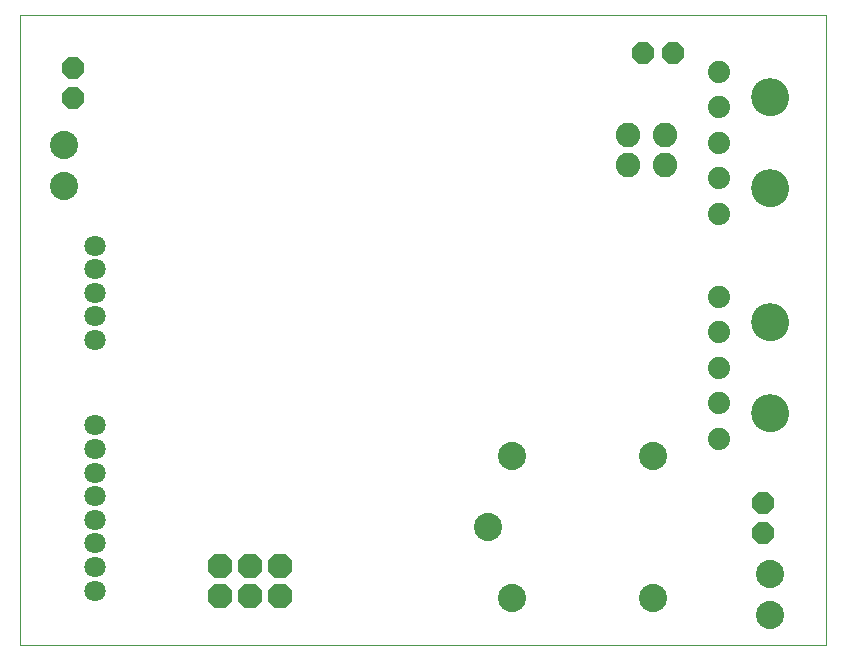
<source format=gbs>
G75*
%MOIN*%
%OFA0B0*%
%FSLAX25Y25*%
%IPPOS*%
%LPD*%
%AMOC8*
5,1,8,0,0,1.08239X$1,22.5*
%
%ADD10C,0.00000*%
%ADD11C,0.07400*%
%ADD12C,0.12611*%
%ADD13C,0.07099*%
%ADD14C,0.08200*%
%ADD15OC8,0.08200*%
%ADD16C,0.09400*%
%ADD17OC8,0.07400*%
D10*
X0001600Y0001600D02*
X0001600Y0211561D01*
X0270301Y0211561D01*
X0270301Y0001600D01*
X0001600Y0001600D01*
X0245694Y0078943D02*
X0245696Y0079096D01*
X0245702Y0079250D01*
X0245712Y0079403D01*
X0245726Y0079555D01*
X0245744Y0079708D01*
X0245766Y0079859D01*
X0245791Y0080010D01*
X0245821Y0080161D01*
X0245855Y0080311D01*
X0245892Y0080459D01*
X0245933Y0080607D01*
X0245978Y0080753D01*
X0246027Y0080899D01*
X0246080Y0081043D01*
X0246136Y0081185D01*
X0246196Y0081326D01*
X0246260Y0081466D01*
X0246327Y0081604D01*
X0246398Y0081740D01*
X0246473Y0081874D01*
X0246550Y0082006D01*
X0246632Y0082136D01*
X0246716Y0082264D01*
X0246804Y0082390D01*
X0246895Y0082513D01*
X0246989Y0082634D01*
X0247087Y0082752D01*
X0247187Y0082868D01*
X0247291Y0082981D01*
X0247397Y0083092D01*
X0247506Y0083200D01*
X0247618Y0083305D01*
X0247732Y0083406D01*
X0247850Y0083505D01*
X0247969Y0083601D01*
X0248091Y0083694D01*
X0248216Y0083783D01*
X0248343Y0083870D01*
X0248472Y0083952D01*
X0248603Y0084032D01*
X0248736Y0084108D01*
X0248871Y0084181D01*
X0249008Y0084250D01*
X0249147Y0084315D01*
X0249287Y0084377D01*
X0249429Y0084435D01*
X0249572Y0084490D01*
X0249717Y0084541D01*
X0249863Y0084588D01*
X0250010Y0084631D01*
X0250158Y0084670D01*
X0250307Y0084706D01*
X0250457Y0084737D01*
X0250608Y0084765D01*
X0250759Y0084789D01*
X0250912Y0084809D01*
X0251064Y0084825D01*
X0251217Y0084837D01*
X0251370Y0084845D01*
X0251523Y0084849D01*
X0251677Y0084849D01*
X0251830Y0084845D01*
X0251983Y0084837D01*
X0252136Y0084825D01*
X0252288Y0084809D01*
X0252441Y0084789D01*
X0252592Y0084765D01*
X0252743Y0084737D01*
X0252893Y0084706D01*
X0253042Y0084670D01*
X0253190Y0084631D01*
X0253337Y0084588D01*
X0253483Y0084541D01*
X0253628Y0084490D01*
X0253771Y0084435D01*
X0253913Y0084377D01*
X0254053Y0084315D01*
X0254192Y0084250D01*
X0254329Y0084181D01*
X0254464Y0084108D01*
X0254597Y0084032D01*
X0254728Y0083952D01*
X0254857Y0083870D01*
X0254984Y0083783D01*
X0255109Y0083694D01*
X0255231Y0083601D01*
X0255350Y0083505D01*
X0255468Y0083406D01*
X0255582Y0083305D01*
X0255694Y0083200D01*
X0255803Y0083092D01*
X0255909Y0082981D01*
X0256013Y0082868D01*
X0256113Y0082752D01*
X0256211Y0082634D01*
X0256305Y0082513D01*
X0256396Y0082390D01*
X0256484Y0082264D01*
X0256568Y0082136D01*
X0256650Y0082006D01*
X0256727Y0081874D01*
X0256802Y0081740D01*
X0256873Y0081604D01*
X0256940Y0081466D01*
X0257004Y0081326D01*
X0257064Y0081185D01*
X0257120Y0081043D01*
X0257173Y0080899D01*
X0257222Y0080753D01*
X0257267Y0080607D01*
X0257308Y0080459D01*
X0257345Y0080311D01*
X0257379Y0080161D01*
X0257409Y0080010D01*
X0257434Y0079859D01*
X0257456Y0079708D01*
X0257474Y0079555D01*
X0257488Y0079403D01*
X0257498Y0079250D01*
X0257504Y0079096D01*
X0257506Y0078943D01*
X0257504Y0078790D01*
X0257498Y0078636D01*
X0257488Y0078483D01*
X0257474Y0078331D01*
X0257456Y0078178D01*
X0257434Y0078027D01*
X0257409Y0077876D01*
X0257379Y0077725D01*
X0257345Y0077575D01*
X0257308Y0077427D01*
X0257267Y0077279D01*
X0257222Y0077133D01*
X0257173Y0076987D01*
X0257120Y0076843D01*
X0257064Y0076701D01*
X0257004Y0076560D01*
X0256940Y0076420D01*
X0256873Y0076282D01*
X0256802Y0076146D01*
X0256727Y0076012D01*
X0256650Y0075880D01*
X0256568Y0075750D01*
X0256484Y0075622D01*
X0256396Y0075496D01*
X0256305Y0075373D01*
X0256211Y0075252D01*
X0256113Y0075134D01*
X0256013Y0075018D01*
X0255909Y0074905D01*
X0255803Y0074794D01*
X0255694Y0074686D01*
X0255582Y0074581D01*
X0255468Y0074480D01*
X0255350Y0074381D01*
X0255231Y0074285D01*
X0255109Y0074192D01*
X0254984Y0074103D01*
X0254857Y0074016D01*
X0254728Y0073934D01*
X0254597Y0073854D01*
X0254464Y0073778D01*
X0254329Y0073705D01*
X0254192Y0073636D01*
X0254053Y0073571D01*
X0253913Y0073509D01*
X0253771Y0073451D01*
X0253628Y0073396D01*
X0253483Y0073345D01*
X0253337Y0073298D01*
X0253190Y0073255D01*
X0253042Y0073216D01*
X0252893Y0073180D01*
X0252743Y0073149D01*
X0252592Y0073121D01*
X0252441Y0073097D01*
X0252288Y0073077D01*
X0252136Y0073061D01*
X0251983Y0073049D01*
X0251830Y0073041D01*
X0251677Y0073037D01*
X0251523Y0073037D01*
X0251370Y0073041D01*
X0251217Y0073049D01*
X0251064Y0073061D01*
X0250912Y0073077D01*
X0250759Y0073097D01*
X0250608Y0073121D01*
X0250457Y0073149D01*
X0250307Y0073180D01*
X0250158Y0073216D01*
X0250010Y0073255D01*
X0249863Y0073298D01*
X0249717Y0073345D01*
X0249572Y0073396D01*
X0249429Y0073451D01*
X0249287Y0073509D01*
X0249147Y0073571D01*
X0249008Y0073636D01*
X0248871Y0073705D01*
X0248736Y0073778D01*
X0248603Y0073854D01*
X0248472Y0073934D01*
X0248343Y0074016D01*
X0248216Y0074103D01*
X0248091Y0074192D01*
X0247969Y0074285D01*
X0247850Y0074381D01*
X0247732Y0074480D01*
X0247618Y0074581D01*
X0247506Y0074686D01*
X0247397Y0074794D01*
X0247291Y0074905D01*
X0247187Y0075018D01*
X0247087Y0075134D01*
X0246989Y0075252D01*
X0246895Y0075373D01*
X0246804Y0075496D01*
X0246716Y0075622D01*
X0246632Y0075750D01*
X0246550Y0075880D01*
X0246473Y0076012D01*
X0246398Y0076146D01*
X0246327Y0076282D01*
X0246260Y0076420D01*
X0246196Y0076560D01*
X0246136Y0076701D01*
X0246080Y0076843D01*
X0246027Y0076987D01*
X0245978Y0077133D01*
X0245933Y0077279D01*
X0245892Y0077427D01*
X0245855Y0077575D01*
X0245821Y0077725D01*
X0245791Y0077876D01*
X0245766Y0078027D01*
X0245744Y0078178D01*
X0245726Y0078331D01*
X0245712Y0078483D01*
X0245702Y0078636D01*
X0245696Y0078790D01*
X0245694Y0078943D01*
X0245694Y0109257D02*
X0245696Y0109410D01*
X0245702Y0109564D01*
X0245712Y0109717D01*
X0245726Y0109869D01*
X0245744Y0110022D01*
X0245766Y0110173D01*
X0245791Y0110324D01*
X0245821Y0110475D01*
X0245855Y0110625D01*
X0245892Y0110773D01*
X0245933Y0110921D01*
X0245978Y0111067D01*
X0246027Y0111213D01*
X0246080Y0111357D01*
X0246136Y0111499D01*
X0246196Y0111640D01*
X0246260Y0111780D01*
X0246327Y0111918D01*
X0246398Y0112054D01*
X0246473Y0112188D01*
X0246550Y0112320D01*
X0246632Y0112450D01*
X0246716Y0112578D01*
X0246804Y0112704D01*
X0246895Y0112827D01*
X0246989Y0112948D01*
X0247087Y0113066D01*
X0247187Y0113182D01*
X0247291Y0113295D01*
X0247397Y0113406D01*
X0247506Y0113514D01*
X0247618Y0113619D01*
X0247732Y0113720D01*
X0247850Y0113819D01*
X0247969Y0113915D01*
X0248091Y0114008D01*
X0248216Y0114097D01*
X0248343Y0114184D01*
X0248472Y0114266D01*
X0248603Y0114346D01*
X0248736Y0114422D01*
X0248871Y0114495D01*
X0249008Y0114564D01*
X0249147Y0114629D01*
X0249287Y0114691D01*
X0249429Y0114749D01*
X0249572Y0114804D01*
X0249717Y0114855D01*
X0249863Y0114902D01*
X0250010Y0114945D01*
X0250158Y0114984D01*
X0250307Y0115020D01*
X0250457Y0115051D01*
X0250608Y0115079D01*
X0250759Y0115103D01*
X0250912Y0115123D01*
X0251064Y0115139D01*
X0251217Y0115151D01*
X0251370Y0115159D01*
X0251523Y0115163D01*
X0251677Y0115163D01*
X0251830Y0115159D01*
X0251983Y0115151D01*
X0252136Y0115139D01*
X0252288Y0115123D01*
X0252441Y0115103D01*
X0252592Y0115079D01*
X0252743Y0115051D01*
X0252893Y0115020D01*
X0253042Y0114984D01*
X0253190Y0114945D01*
X0253337Y0114902D01*
X0253483Y0114855D01*
X0253628Y0114804D01*
X0253771Y0114749D01*
X0253913Y0114691D01*
X0254053Y0114629D01*
X0254192Y0114564D01*
X0254329Y0114495D01*
X0254464Y0114422D01*
X0254597Y0114346D01*
X0254728Y0114266D01*
X0254857Y0114184D01*
X0254984Y0114097D01*
X0255109Y0114008D01*
X0255231Y0113915D01*
X0255350Y0113819D01*
X0255468Y0113720D01*
X0255582Y0113619D01*
X0255694Y0113514D01*
X0255803Y0113406D01*
X0255909Y0113295D01*
X0256013Y0113182D01*
X0256113Y0113066D01*
X0256211Y0112948D01*
X0256305Y0112827D01*
X0256396Y0112704D01*
X0256484Y0112578D01*
X0256568Y0112450D01*
X0256650Y0112320D01*
X0256727Y0112188D01*
X0256802Y0112054D01*
X0256873Y0111918D01*
X0256940Y0111780D01*
X0257004Y0111640D01*
X0257064Y0111499D01*
X0257120Y0111357D01*
X0257173Y0111213D01*
X0257222Y0111067D01*
X0257267Y0110921D01*
X0257308Y0110773D01*
X0257345Y0110625D01*
X0257379Y0110475D01*
X0257409Y0110324D01*
X0257434Y0110173D01*
X0257456Y0110022D01*
X0257474Y0109869D01*
X0257488Y0109717D01*
X0257498Y0109564D01*
X0257504Y0109410D01*
X0257506Y0109257D01*
X0257504Y0109104D01*
X0257498Y0108950D01*
X0257488Y0108797D01*
X0257474Y0108645D01*
X0257456Y0108492D01*
X0257434Y0108341D01*
X0257409Y0108190D01*
X0257379Y0108039D01*
X0257345Y0107889D01*
X0257308Y0107741D01*
X0257267Y0107593D01*
X0257222Y0107447D01*
X0257173Y0107301D01*
X0257120Y0107157D01*
X0257064Y0107015D01*
X0257004Y0106874D01*
X0256940Y0106734D01*
X0256873Y0106596D01*
X0256802Y0106460D01*
X0256727Y0106326D01*
X0256650Y0106194D01*
X0256568Y0106064D01*
X0256484Y0105936D01*
X0256396Y0105810D01*
X0256305Y0105687D01*
X0256211Y0105566D01*
X0256113Y0105448D01*
X0256013Y0105332D01*
X0255909Y0105219D01*
X0255803Y0105108D01*
X0255694Y0105000D01*
X0255582Y0104895D01*
X0255468Y0104794D01*
X0255350Y0104695D01*
X0255231Y0104599D01*
X0255109Y0104506D01*
X0254984Y0104417D01*
X0254857Y0104330D01*
X0254728Y0104248D01*
X0254597Y0104168D01*
X0254464Y0104092D01*
X0254329Y0104019D01*
X0254192Y0103950D01*
X0254053Y0103885D01*
X0253913Y0103823D01*
X0253771Y0103765D01*
X0253628Y0103710D01*
X0253483Y0103659D01*
X0253337Y0103612D01*
X0253190Y0103569D01*
X0253042Y0103530D01*
X0252893Y0103494D01*
X0252743Y0103463D01*
X0252592Y0103435D01*
X0252441Y0103411D01*
X0252288Y0103391D01*
X0252136Y0103375D01*
X0251983Y0103363D01*
X0251830Y0103355D01*
X0251677Y0103351D01*
X0251523Y0103351D01*
X0251370Y0103355D01*
X0251217Y0103363D01*
X0251064Y0103375D01*
X0250912Y0103391D01*
X0250759Y0103411D01*
X0250608Y0103435D01*
X0250457Y0103463D01*
X0250307Y0103494D01*
X0250158Y0103530D01*
X0250010Y0103569D01*
X0249863Y0103612D01*
X0249717Y0103659D01*
X0249572Y0103710D01*
X0249429Y0103765D01*
X0249287Y0103823D01*
X0249147Y0103885D01*
X0249008Y0103950D01*
X0248871Y0104019D01*
X0248736Y0104092D01*
X0248603Y0104168D01*
X0248472Y0104248D01*
X0248343Y0104330D01*
X0248216Y0104417D01*
X0248091Y0104506D01*
X0247969Y0104599D01*
X0247850Y0104695D01*
X0247732Y0104794D01*
X0247618Y0104895D01*
X0247506Y0105000D01*
X0247397Y0105108D01*
X0247291Y0105219D01*
X0247187Y0105332D01*
X0247087Y0105448D01*
X0246989Y0105566D01*
X0246895Y0105687D01*
X0246804Y0105810D01*
X0246716Y0105936D01*
X0246632Y0106064D01*
X0246550Y0106194D01*
X0246473Y0106326D01*
X0246398Y0106460D01*
X0246327Y0106596D01*
X0246260Y0106734D01*
X0246196Y0106874D01*
X0246136Y0107015D01*
X0246080Y0107157D01*
X0246027Y0107301D01*
X0245978Y0107447D01*
X0245933Y0107593D01*
X0245892Y0107741D01*
X0245855Y0107889D01*
X0245821Y0108039D01*
X0245791Y0108190D01*
X0245766Y0108341D01*
X0245744Y0108492D01*
X0245726Y0108645D01*
X0245712Y0108797D01*
X0245702Y0108950D01*
X0245696Y0109104D01*
X0245694Y0109257D01*
X0245694Y0153943D02*
X0245696Y0154096D01*
X0245702Y0154250D01*
X0245712Y0154403D01*
X0245726Y0154555D01*
X0245744Y0154708D01*
X0245766Y0154859D01*
X0245791Y0155010D01*
X0245821Y0155161D01*
X0245855Y0155311D01*
X0245892Y0155459D01*
X0245933Y0155607D01*
X0245978Y0155753D01*
X0246027Y0155899D01*
X0246080Y0156043D01*
X0246136Y0156185D01*
X0246196Y0156326D01*
X0246260Y0156466D01*
X0246327Y0156604D01*
X0246398Y0156740D01*
X0246473Y0156874D01*
X0246550Y0157006D01*
X0246632Y0157136D01*
X0246716Y0157264D01*
X0246804Y0157390D01*
X0246895Y0157513D01*
X0246989Y0157634D01*
X0247087Y0157752D01*
X0247187Y0157868D01*
X0247291Y0157981D01*
X0247397Y0158092D01*
X0247506Y0158200D01*
X0247618Y0158305D01*
X0247732Y0158406D01*
X0247850Y0158505D01*
X0247969Y0158601D01*
X0248091Y0158694D01*
X0248216Y0158783D01*
X0248343Y0158870D01*
X0248472Y0158952D01*
X0248603Y0159032D01*
X0248736Y0159108D01*
X0248871Y0159181D01*
X0249008Y0159250D01*
X0249147Y0159315D01*
X0249287Y0159377D01*
X0249429Y0159435D01*
X0249572Y0159490D01*
X0249717Y0159541D01*
X0249863Y0159588D01*
X0250010Y0159631D01*
X0250158Y0159670D01*
X0250307Y0159706D01*
X0250457Y0159737D01*
X0250608Y0159765D01*
X0250759Y0159789D01*
X0250912Y0159809D01*
X0251064Y0159825D01*
X0251217Y0159837D01*
X0251370Y0159845D01*
X0251523Y0159849D01*
X0251677Y0159849D01*
X0251830Y0159845D01*
X0251983Y0159837D01*
X0252136Y0159825D01*
X0252288Y0159809D01*
X0252441Y0159789D01*
X0252592Y0159765D01*
X0252743Y0159737D01*
X0252893Y0159706D01*
X0253042Y0159670D01*
X0253190Y0159631D01*
X0253337Y0159588D01*
X0253483Y0159541D01*
X0253628Y0159490D01*
X0253771Y0159435D01*
X0253913Y0159377D01*
X0254053Y0159315D01*
X0254192Y0159250D01*
X0254329Y0159181D01*
X0254464Y0159108D01*
X0254597Y0159032D01*
X0254728Y0158952D01*
X0254857Y0158870D01*
X0254984Y0158783D01*
X0255109Y0158694D01*
X0255231Y0158601D01*
X0255350Y0158505D01*
X0255468Y0158406D01*
X0255582Y0158305D01*
X0255694Y0158200D01*
X0255803Y0158092D01*
X0255909Y0157981D01*
X0256013Y0157868D01*
X0256113Y0157752D01*
X0256211Y0157634D01*
X0256305Y0157513D01*
X0256396Y0157390D01*
X0256484Y0157264D01*
X0256568Y0157136D01*
X0256650Y0157006D01*
X0256727Y0156874D01*
X0256802Y0156740D01*
X0256873Y0156604D01*
X0256940Y0156466D01*
X0257004Y0156326D01*
X0257064Y0156185D01*
X0257120Y0156043D01*
X0257173Y0155899D01*
X0257222Y0155753D01*
X0257267Y0155607D01*
X0257308Y0155459D01*
X0257345Y0155311D01*
X0257379Y0155161D01*
X0257409Y0155010D01*
X0257434Y0154859D01*
X0257456Y0154708D01*
X0257474Y0154555D01*
X0257488Y0154403D01*
X0257498Y0154250D01*
X0257504Y0154096D01*
X0257506Y0153943D01*
X0257504Y0153790D01*
X0257498Y0153636D01*
X0257488Y0153483D01*
X0257474Y0153331D01*
X0257456Y0153178D01*
X0257434Y0153027D01*
X0257409Y0152876D01*
X0257379Y0152725D01*
X0257345Y0152575D01*
X0257308Y0152427D01*
X0257267Y0152279D01*
X0257222Y0152133D01*
X0257173Y0151987D01*
X0257120Y0151843D01*
X0257064Y0151701D01*
X0257004Y0151560D01*
X0256940Y0151420D01*
X0256873Y0151282D01*
X0256802Y0151146D01*
X0256727Y0151012D01*
X0256650Y0150880D01*
X0256568Y0150750D01*
X0256484Y0150622D01*
X0256396Y0150496D01*
X0256305Y0150373D01*
X0256211Y0150252D01*
X0256113Y0150134D01*
X0256013Y0150018D01*
X0255909Y0149905D01*
X0255803Y0149794D01*
X0255694Y0149686D01*
X0255582Y0149581D01*
X0255468Y0149480D01*
X0255350Y0149381D01*
X0255231Y0149285D01*
X0255109Y0149192D01*
X0254984Y0149103D01*
X0254857Y0149016D01*
X0254728Y0148934D01*
X0254597Y0148854D01*
X0254464Y0148778D01*
X0254329Y0148705D01*
X0254192Y0148636D01*
X0254053Y0148571D01*
X0253913Y0148509D01*
X0253771Y0148451D01*
X0253628Y0148396D01*
X0253483Y0148345D01*
X0253337Y0148298D01*
X0253190Y0148255D01*
X0253042Y0148216D01*
X0252893Y0148180D01*
X0252743Y0148149D01*
X0252592Y0148121D01*
X0252441Y0148097D01*
X0252288Y0148077D01*
X0252136Y0148061D01*
X0251983Y0148049D01*
X0251830Y0148041D01*
X0251677Y0148037D01*
X0251523Y0148037D01*
X0251370Y0148041D01*
X0251217Y0148049D01*
X0251064Y0148061D01*
X0250912Y0148077D01*
X0250759Y0148097D01*
X0250608Y0148121D01*
X0250457Y0148149D01*
X0250307Y0148180D01*
X0250158Y0148216D01*
X0250010Y0148255D01*
X0249863Y0148298D01*
X0249717Y0148345D01*
X0249572Y0148396D01*
X0249429Y0148451D01*
X0249287Y0148509D01*
X0249147Y0148571D01*
X0249008Y0148636D01*
X0248871Y0148705D01*
X0248736Y0148778D01*
X0248603Y0148854D01*
X0248472Y0148934D01*
X0248343Y0149016D01*
X0248216Y0149103D01*
X0248091Y0149192D01*
X0247969Y0149285D01*
X0247850Y0149381D01*
X0247732Y0149480D01*
X0247618Y0149581D01*
X0247506Y0149686D01*
X0247397Y0149794D01*
X0247291Y0149905D01*
X0247187Y0150018D01*
X0247087Y0150134D01*
X0246989Y0150252D01*
X0246895Y0150373D01*
X0246804Y0150496D01*
X0246716Y0150622D01*
X0246632Y0150750D01*
X0246550Y0150880D01*
X0246473Y0151012D01*
X0246398Y0151146D01*
X0246327Y0151282D01*
X0246260Y0151420D01*
X0246196Y0151560D01*
X0246136Y0151701D01*
X0246080Y0151843D01*
X0246027Y0151987D01*
X0245978Y0152133D01*
X0245933Y0152279D01*
X0245892Y0152427D01*
X0245855Y0152575D01*
X0245821Y0152725D01*
X0245791Y0152876D01*
X0245766Y0153027D01*
X0245744Y0153178D01*
X0245726Y0153331D01*
X0245712Y0153483D01*
X0245702Y0153636D01*
X0245696Y0153790D01*
X0245694Y0153943D01*
X0245694Y0184257D02*
X0245696Y0184410D01*
X0245702Y0184564D01*
X0245712Y0184717D01*
X0245726Y0184869D01*
X0245744Y0185022D01*
X0245766Y0185173D01*
X0245791Y0185324D01*
X0245821Y0185475D01*
X0245855Y0185625D01*
X0245892Y0185773D01*
X0245933Y0185921D01*
X0245978Y0186067D01*
X0246027Y0186213D01*
X0246080Y0186357D01*
X0246136Y0186499D01*
X0246196Y0186640D01*
X0246260Y0186780D01*
X0246327Y0186918D01*
X0246398Y0187054D01*
X0246473Y0187188D01*
X0246550Y0187320D01*
X0246632Y0187450D01*
X0246716Y0187578D01*
X0246804Y0187704D01*
X0246895Y0187827D01*
X0246989Y0187948D01*
X0247087Y0188066D01*
X0247187Y0188182D01*
X0247291Y0188295D01*
X0247397Y0188406D01*
X0247506Y0188514D01*
X0247618Y0188619D01*
X0247732Y0188720D01*
X0247850Y0188819D01*
X0247969Y0188915D01*
X0248091Y0189008D01*
X0248216Y0189097D01*
X0248343Y0189184D01*
X0248472Y0189266D01*
X0248603Y0189346D01*
X0248736Y0189422D01*
X0248871Y0189495D01*
X0249008Y0189564D01*
X0249147Y0189629D01*
X0249287Y0189691D01*
X0249429Y0189749D01*
X0249572Y0189804D01*
X0249717Y0189855D01*
X0249863Y0189902D01*
X0250010Y0189945D01*
X0250158Y0189984D01*
X0250307Y0190020D01*
X0250457Y0190051D01*
X0250608Y0190079D01*
X0250759Y0190103D01*
X0250912Y0190123D01*
X0251064Y0190139D01*
X0251217Y0190151D01*
X0251370Y0190159D01*
X0251523Y0190163D01*
X0251677Y0190163D01*
X0251830Y0190159D01*
X0251983Y0190151D01*
X0252136Y0190139D01*
X0252288Y0190123D01*
X0252441Y0190103D01*
X0252592Y0190079D01*
X0252743Y0190051D01*
X0252893Y0190020D01*
X0253042Y0189984D01*
X0253190Y0189945D01*
X0253337Y0189902D01*
X0253483Y0189855D01*
X0253628Y0189804D01*
X0253771Y0189749D01*
X0253913Y0189691D01*
X0254053Y0189629D01*
X0254192Y0189564D01*
X0254329Y0189495D01*
X0254464Y0189422D01*
X0254597Y0189346D01*
X0254728Y0189266D01*
X0254857Y0189184D01*
X0254984Y0189097D01*
X0255109Y0189008D01*
X0255231Y0188915D01*
X0255350Y0188819D01*
X0255468Y0188720D01*
X0255582Y0188619D01*
X0255694Y0188514D01*
X0255803Y0188406D01*
X0255909Y0188295D01*
X0256013Y0188182D01*
X0256113Y0188066D01*
X0256211Y0187948D01*
X0256305Y0187827D01*
X0256396Y0187704D01*
X0256484Y0187578D01*
X0256568Y0187450D01*
X0256650Y0187320D01*
X0256727Y0187188D01*
X0256802Y0187054D01*
X0256873Y0186918D01*
X0256940Y0186780D01*
X0257004Y0186640D01*
X0257064Y0186499D01*
X0257120Y0186357D01*
X0257173Y0186213D01*
X0257222Y0186067D01*
X0257267Y0185921D01*
X0257308Y0185773D01*
X0257345Y0185625D01*
X0257379Y0185475D01*
X0257409Y0185324D01*
X0257434Y0185173D01*
X0257456Y0185022D01*
X0257474Y0184869D01*
X0257488Y0184717D01*
X0257498Y0184564D01*
X0257504Y0184410D01*
X0257506Y0184257D01*
X0257504Y0184104D01*
X0257498Y0183950D01*
X0257488Y0183797D01*
X0257474Y0183645D01*
X0257456Y0183492D01*
X0257434Y0183341D01*
X0257409Y0183190D01*
X0257379Y0183039D01*
X0257345Y0182889D01*
X0257308Y0182741D01*
X0257267Y0182593D01*
X0257222Y0182447D01*
X0257173Y0182301D01*
X0257120Y0182157D01*
X0257064Y0182015D01*
X0257004Y0181874D01*
X0256940Y0181734D01*
X0256873Y0181596D01*
X0256802Y0181460D01*
X0256727Y0181326D01*
X0256650Y0181194D01*
X0256568Y0181064D01*
X0256484Y0180936D01*
X0256396Y0180810D01*
X0256305Y0180687D01*
X0256211Y0180566D01*
X0256113Y0180448D01*
X0256013Y0180332D01*
X0255909Y0180219D01*
X0255803Y0180108D01*
X0255694Y0180000D01*
X0255582Y0179895D01*
X0255468Y0179794D01*
X0255350Y0179695D01*
X0255231Y0179599D01*
X0255109Y0179506D01*
X0254984Y0179417D01*
X0254857Y0179330D01*
X0254728Y0179248D01*
X0254597Y0179168D01*
X0254464Y0179092D01*
X0254329Y0179019D01*
X0254192Y0178950D01*
X0254053Y0178885D01*
X0253913Y0178823D01*
X0253771Y0178765D01*
X0253628Y0178710D01*
X0253483Y0178659D01*
X0253337Y0178612D01*
X0253190Y0178569D01*
X0253042Y0178530D01*
X0252893Y0178494D01*
X0252743Y0178463D01*
X0252592Y0178435D01*
X0252441Y0178411D01*
X0252288Y0178391D01*
X0252136Y0178375D01*
X0251983Y0178363D01*
X0251830Y0178355D01*
X0251677Y0178351D01*
X0251523Y0178351D01*
X0251370Y0178355D01*
X0251217Y0178363D01*
X0251064Y0178375D01*
X0250912Y0178391D01*
X0250759Y0178411D01*
X0250608Y0178435D01*
X0250457Y0178463D01*
X0250307Y0178494D01*
X0250158Y0178530D01*
X0250010Y0178569D01*
X0249863Y0178612D01*
X0249717Y0178659D01*
X0249572Y0178710D01*
X0249429Y0178765D01*
X0249287Y0178823D01*
X0249147Y0178885D01*
X0249008Y0178950D01*
X0248871Y0179019D01*
X0248736Y0179092D01*
X0248603Y0179168D01*
X0248472Y0179248D01*
X0248343Y0179330D01*
X0248216Y0179417D01*
X0248091Y0179506D01*
X0247969Y0179599D01*
X0247850Y0179695D01*
X0247732Y0179794D01*
X0247618Y0179895D01*
X0247506Y0180000D01*
X0247397Y0180108D01*
X0247291Y0180219D01*
X0247187Y0180332D01*
X0247087Y0180448D01*
X0246989Y0180566D01*
X0246895Y0180687D01*
X0246804Y0180810D01*
X0246716Y0180936D01*
X0246632Y0181064D01*
X0246550Y0181194D01*
X0246473Y0181326D01*
X0246398Y0181460D01*
X0246327Y0181596D01*
X0246260Y0181734D01*
X0246196Y0181874D01*
X0246136Y0182015D01*
X0246080Y0182157D01*
X0246027Y0182301D01*
X0245978Y0182447D01*
X0245933Y0182593D01*
X0245892Y0182741D01*
X0245855Y0182889D01*
X0245821Y0183039D01*
X0245791Y0183190D01*
X0245766Y0183341D01*
X0245744Y0183492D01*
X0245726Y0183645D01*
X0245712Y0183797D01*
X0245702Y0183950D01*
X0245696Y0184104D01*
X0245694Y0184257D01*
D11*
X0234592Y0180911D03*
X0234592Y0169100D03*
X0234592Y0157289D03*
X0234592Y0145478D03*
X0234592Y0117722D03*
X0234592Y0105911D03*
X0234592Y0094100D03*
X0234592Y0082289D03*
X0234592Y0070478D03*
X0234592Y0192722D03*
D12*
X0251600Y0184257D03*
X0251600Y0153943D03*
X0251600Y0109257D03*
X0251600Y0078943D03*
D13*
X0026600Y0074907D03*
X0026600Y0067033D03*
X0026600Y0059159D03*
X0026600Y0051285D03*
X0026600Y0043411D03*
X0026600Y0035537D03*
X0026600Y0027663D03*
X0026600Y0019789D03*
X0026600Y0103352D03*
X0026600Y0111226D03*
X0026600Y0119100D03*
X0026600Y0126974D03*
X0026600Y0134848D03*
D14*
X0204100Y0161600D03*
X0204100Y0171600D03*
X0216600Y0171600D03*
X0216600Y0161600D03*
D15*
X0088064Y0028064D03*
X0078064Y0028064D03*
X0068064Y0028064D03*
X0068064Y0018064D03*
X0078064Y0018064D03*
X0088064Y0018064D03*
D16*
X0157506Y0041128D03*
X0165380Y0064750D03*
X0212624Y0064750D03*
X0251600Y0025380D03*
X0251600Y0011600D03*
X0212624Y0017506D03*
X0165380Y0017506D03*
X0016100Y0154600D03*
X0016100Y0168380D03*
D17*
X0019100Y0184100D03*
X0019100Y0194100D03*
X0209100Y0199100D03*
X0219100Y0199100D03*
X0249100Y0049100D03*
X0249100Y0039100D03*
M02*

</source>
